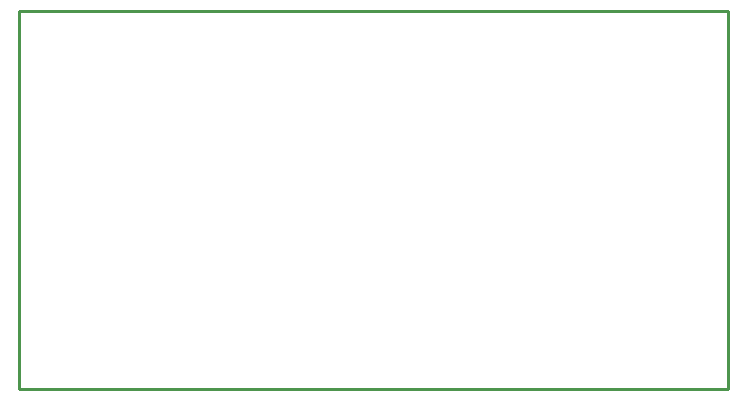
<source format=gm1>
%FSLAX24Y24*%
%MOIN*%
G70*
G01*
G75*
G04 Layer_Color=16711935*
%ADD10R,0.0551X0.0374*%
%ADD11C,0.0197*%
%ADD12C,0.0394*%
G04:AMPARAMS|DCode=13|XSize=59.1mil|YSize=59.1mil|CornerRadius=0mil|HoleSize=0mil|Usage=FLASHONLY|Rotation=0.000|XOffset=0mil|YOffset=0mil|HoleType=Round|Shape=Octagon|*
%AMOCTAGOND13*
4,1,8,0.0295,-0.0148,0.0295,0.0148,0.0148,0.0295,-0.0148,0.0295,-0.0295,0.0148,-0.0295,-0.0148,-0.0148,-0.0295,0.0148,-0.0295,0.0295,-0.0148,0.0*
%
%ADD13OCTAGOND13*%

%ADD14C,0.0591*%
%ADD15C,0.0787*%
G04:AMPARAMS|DCode=16|XSize=78.7mil|YSize=78.7mil|CornerRadius=0mil|HoleSize=0mil|Usage=FLASHONLY|Rotation=180.000|XOffset=0mil|YOffset=0mil|HoleType=Round|Shape=Octagon|*
%AMOCTAGOND16*
4,1,8,-0.0394,0.0197,-0.0394,-0.0197,-0.0197,-0.0394,0.0197,-0.0394,0.0394,-0.0197,0.0394,0.0197,0.0197,0.0394,-0.0197,0.0394,-0.0394,0.0197,0.0*
%
%ADD16OCTAGOND16*%

%ADD17C,0.0079*%
%ADD18C,0.0100*%
%ADD19R,0.0632X0.0454*%
G04:AMPARAMS|DCode=20|XSize=67.1mil|YSize=67.1mil|CornerRadius=0mil|HoleSize=0mil|Usage=FLASHONLY|Rotation=0.000|XOffset=0mil|YOffset=0mil|HoleType=Round|Shape=Octagon|*
%AMOCTAGOND20*
4,1,8,0.0335,-0.0168,0.0335,0.0168,0.0168,0.0335,-0.0168,0.0335,-0.0335,0.0168,-0.0335,-0.0168,-0.0168,-0.0335,0.0168,-0.0335,0.0335,-0.0168,0.0*
%
%ADD20OCTAGOND20*%

%ADD21C,0.0671*%
%ADD22C,0.0868*%
G04:AMPARAMS|DCode=23|XSize=86.8mil|YSize=86.8mil|CornerRadius=0mil|HoleSize=0mil|Usage=FLASHONLY|Rotation=180.000|XOffset=0mil|YOffset=0mil|HoleType=Round|Shape=Octagon|*
%AMOCTAGOND23*
4,1,8,-0.0434,0.0217,-0.0434,-0.0217,-0.0217,-0.0434,0.0217,-0.0434,0.0434,-0.0217,0.0434,0.0217,0.0217,0.0434,-0.0217,0.0434,-0.0434,0.0217,0.0*
%
%ADD23OCTAGOND23*%

%ADD24C,0.0039*%
%ADD25C,0.0050*%
%ADD26C,0.0049*%
D18*
X9843Y9843D02*
X33465D01*
X9843D02*
Y22441D01*
X33465Y9843D02*
Y22441D01*
X9843D02*
X33465D01*
M02*

</source>
